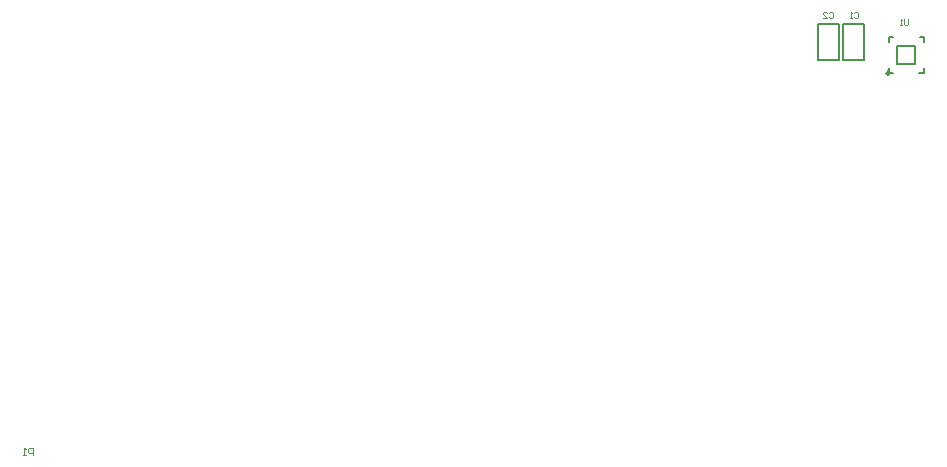
<source format=gbo>
G04*
G04 #@! TF.GenerationSoftware,Altium Limited,Altium Designer,18.0.7 (293)*
G04*
G04 Layer_Color=32896*
%FSAX25Y25*%
%MOIN*%
G70*
G01*
G75*
%ADD10C,0.00276*%
%ADD27C,0.00984*%
%ADD28C,0.00787*%
%ADD29C,0.00300*%
D10*
X0010500Y0015400D02*
Y0017958D01*
X0009221D01*
X0008794Y0017532D01*
Y0016679D01*
X0009221Y0016253D01*
X0010500D01*
X0007942Y0015400D02*
X0007089D01*
X0007515D01*
Y0017958D01*
X0007942Y0017532D01*
D27*
X0295992Y0142861D02*
G03*
X0295992Y0142861I-0000492J0000000D01*
G01*
D28*
X0272000Y0159353D02*
X0279000D01*
Y0147353D02*
Y0159353D01*
X0272000Y0147353D02*
X0279000D01*
X0272000D02*
Y0159353D01*
X0295595Y0142954D02*
Y0144454D01*
Y0154759D02*
X0297100D01*
X0305900Y0142948D02*
X0307405D01*
Y0153253D02*
Y0154759D01*
X0295595Y0142954D02*
X0297200D01*
X0306000Y0154759D02*
X0307405D01*
X0295595Y0153253D02*
Y0154759D01*
X0307405Y0142948D02*
Y0144454D01*
X0298547Y0145901D02*
X0304453D01*
X0298547Y0151806D02*
X0304453D01*
Y0145901D02*
Y0151806D01*
X0298547Y0145901D02*
Y0151806D01*
X0280500Y0159353D02*
X0287500D01*
Y0147353D02*
Y0159353D01*
X0280500Y0147353D02*
X0287500D01*
X0280500D02*
Y0159353D01*
D29*
X0275667Y0163020D02*
X0276000Y0163353D01*
X0276667D01*
X0277000Y0163020D01*
Y0161687D01*
X0276667Y0161354D01*
X0276000D01*
X0275667Y0161687D01*
X0273668Y0161354D02*
X0275001D01*
X0273668Y0162686D01*
Y0163020D01*
X0274001Y0163353D01*
X0274667D01*
X0275001Y0163020D01*
X0302000Y0160853D02*
Y0159187D01*
X0301667Y0158853D01*
X0301000D01*
X0300667Y0159187D01*
Y0160853D01*
X0300001Y0158853D02*
X0299334D01*
X0299667D01*
Y0160853D01*
X0300001Y0160520D01*
X0284167Y0163020D02*
X0284500Y0163353D01*
X0285167D01*
X0285500Y0163020D01*
Y0161687D01*
X0285167Y0161354D01*
X0284500D01*
X0284167Y0161687D01*
X0283501Y0161354D02*
X0282834D01*
X0283167D01*
Y0163353D01*
X0283501Y0163020D01*
M02*

</source>
